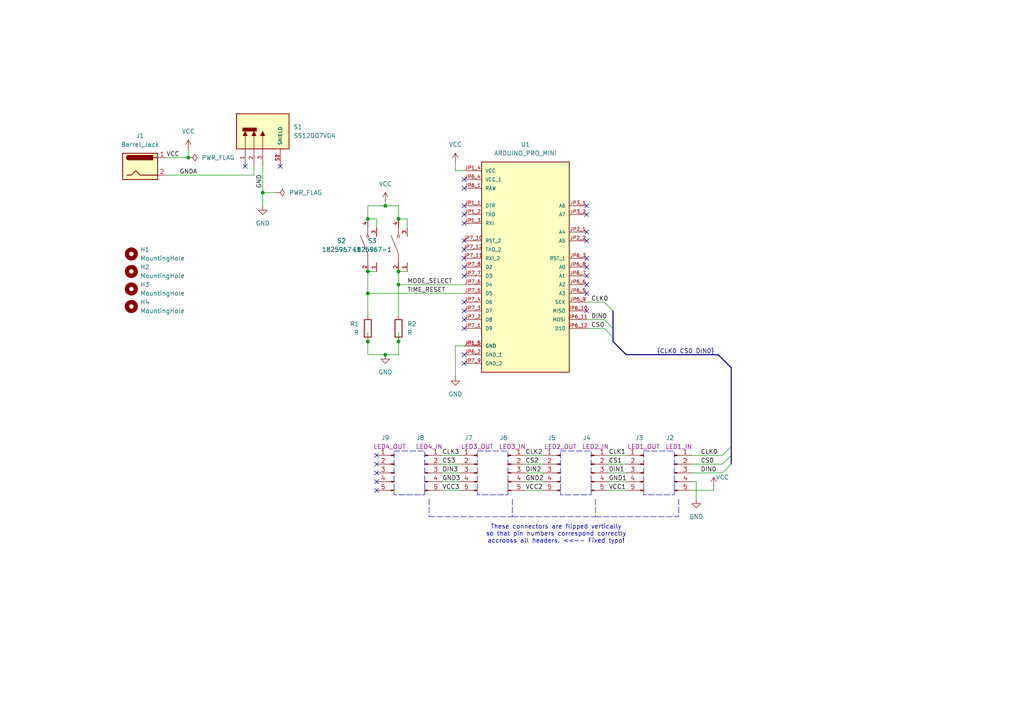
<source format=kicad_sch>
(kicad_sch (version 20231120) (generator "eeschema") (generator_version "8.0")
  (paper "A4")
  (title_block (title "4 x 8x8 LED Matrix based Clock") (date "2024-09-03") (rev "1") (company "AllOkay Solutions"))
  (lib_symbols
    (symbol "#download:ARDUINO_PRO_MINI" (pin_names (offset 1.016))
      (property "Reference" "U" (at -12.7 31.75 0))
      (property "Value" "ARDUINO_PRO_MINI" (at -12.7 -33.02 0))
      (symbol "ARDUINO_PRO_MINI_0_0"
        (rectangle (start -12.7 -30.48) (end 12.7 30.48) (stroke (width 0.254)) (fill (type background)))
        (pin input line (at 17.78 17.78 180) (length 5.08) (name "DTR") (number "JP1_1"))
        (pin bidirectional line (at 17.78 15.24 180) (length 5.08) (name "TXO") (number "JP1_2"))
        (pin bidirectional line (at 17.78 12.7 180) (length 5.08) (name "RXI") (number "JP1_3"))
        (pin power_in line (at 17.78 27.94 180) (length 5.08) (name "VCC") (number "JP1_4"))
        (pin power_in line (at 17.78 -22.86 180) (length 5.08) (name "GND") (number "JP1_5"))
        (pin power_in line (at 17.78 -22.86 180) (length 5.08) (name "GND") (number "JP1_6"))
        (pin bidirectional line (at -17.78 10.16 0) (length 5.08) (name "A4") (number "JP2_1"))
        (pin bidirectional line (at -17.78 7.62 0) (length 5.08) (name "A5") (number "JP2_2"))
        (pin input line (at -17.78 17.78 0) (length 5.08) (name "A6") (number "JP3_1"))
        (pin input line (at -17.78 15.24 0) (length 5.08) (name "A7") (number "JP3_2"))
        (pin power_in line (at 17.78 22.86 180) (length 5.08) (name "RAW") (number "JP6_1"))
        (pin bidirectional line (at -17.78 -12.7 0) (length 5.08) (name "MISO") (number "JP6_10"))
        (pin bidirectional line (at -17.78 -15.24 0) (length 5.08) (name "MOSI") (number "JP6_11"))
        (pin bidirectional line (at -17.78 -17.78 0) (length 5.08) (name "D10") (number "JP6_12"))
        (pin power_in line (at 17.78 -25.4 180) (length 5.08) (name "GND_1") (number "JP6_2"))
        (pin input line (at -17.78 2.54 0) (length 5.08) (name "RST_1") (number "JP6_3"))
        (pin power_in line (at 17.78 25.4 180) (length 5.08) (name "VCC_1") (number "JP6_4"))
        (pin bidirectional line (at -17.78 -7.62 0) (length 5.08) (name "A3") (number "JP6_5"))
        (pin bidirectional line (at -17.78 -5.08 0) (length 5.08) (name "A2") (number "JP6_6"))
        (pin bidirectional line (at -17.78 -2.54 0) (length 5.08) (name "A1") (number "JP6_7"))
        (pin bidirectional line (at -17.78 0 0) (length 5.08) (name "A0") (number "JP6_8"))
        (pin bidirectional line (at -17.78 -10.16 0) (length 5.08) (name "SCK") (number "JP6_9"))
        (pin bidirectional line (at 17.78 -17.78 180) (length 5.08) (name "D9") (number "JP7_1"))
        (pin input line (at 17.78 7.62 180) (length 5.08) (name "RST_2") (number "JP7_10"))
        (pin bidirectional line (at 17.78 2.54 180) (length 5.08) (name "RXI_2") (number "JP7_11"))
        (pin bidirectional line (at 17.78 5.08 180) (length 5.08) (name "TXO_2") (number "JP7_12"))
        (pin bidirectional line (at 17.78 -15.24 180) (length 5.08) (name "D8") (number "JP7_2"))
        (pin bidirectional line (at 17.78 -12.7 180) (length 5.08) (name "D7") (number "JP7_3"))
        (pin bidirectional line (at 17.78 -10.16 180) (length 5.08) (name "D6") (number "JP7_4"))
        (pin bidirectional line (at 17.78 -7.62 180) (length 5.08) (name "D5") (number "JP7_5"))
        (pin bidirectional line (at 17.78 -5.08 180) (length 5.08) (name "D4") (number "JP7_6"))
        (pin bidirectional line (at 17.78 -2.54 180) (length 5.08) (name "D3") (number "JP7_7"))
        (pin bidirectional line (at 17.78 0 180) (length 5.08) (name "D2") (number "JP7_8"))
        (pin power_in line (at 17.78 -27.94 180) (length 5.08) (name "GND_2") (number "JP7_9"))
      )
    )
    (symbol "#download:SS12D07VG4" (pin_names (offset 1.016))
      (property "Reference" "S" (at -5.08 8.89 0))
      (property "Value" "SS12D07VG4" (at -5.08 -8.89 0))
      (symbol "SS12D07VG4_0_0"
        (rectangle (start -5.08 -7.62) (end 5.08 7.62) (stroke (width 0.254)) (fill (type background)))
        (polyline (pts (xy -5.08 0) (xy -1.27 0)) (stroke (width 0.1524)))
        (polyline (pts (xy -5.08 2.54) (xy -1.27 2.54)) (stroke (width 0.1524)))
        (polyline (pts (xy -5.08 5.08) (xy -1.27 5.08)) (stroke (width 0.1524)))
        (polyline (pts (xy -1.27 0.635) (xy -1.27 -0.635) (xy 0 0) (xy -1.27 0.635)) (stroke (width 0.1524)) (fill (type outline)))
        (polyline (pts (xy -1.27 3.175) (xy -1.27 1.905) (xy 0 2.54) (xy -1.27 3.175)) (stroke (width 0.1524)) (fill (type outline)))
        (polyline (pts (xy -1.27 5.715) (xy -1.27 4.445) (xy 0 5.08) (xy -1.27 5.715)) (stroke (width 0.1524)) (fill (type outline)))
        (polyline (pts (xy 0 5.842) (xy 0 1.778) (xy 1.016 1.778) (xy 1.016 5.842) (xy 0 5.842)) (stroke (width 0.0254)) (fill (type outline)))
        (pin passive line (at -10.16 5.08 0) (length 5.08) (name "~") (number "1"))
        (pin passive line (at -10.16 2.54 0) (length 5.08) (name "~") (number "2"))
        (pin passive line (at -10.16 0 0) (length 5.08) (name "~") (number "3"))
        (pin passive line (at -10.16 -5.08 0) (length 5.08) (name "SHIELD") (number "S1"))
        (pin passive line (at -10.16 -5.08 0) (length 5.08) (name "SHIELD") (number "S2"))
      )
    )
    (symbol "1825967-1_2" (pin_names (offset 1.016))
      (property "Reference" "S2" (at 1.27 7.62 90))
      (property "Value" "1825967-1" (at -1.27 7.62 90))
      (symbol "1825967-1_2_0_0"
        (polyline (pts (xy -2.54 0) (xy -5.08 0)) (stroke (width 0.1524)))
        (polyline (pts (xy -2.54 0) (xy 2.794 2.1336)) (stroke (width 0.1524)))
        (polyline (pts (xy 5.08 0) (xy 2.921 0)) (stroke (width 0.1524)))
        (circle (center 2.54 0) (radius 0.3302) (stroke (width 0.1524)))
        (pin passive line (at -7.62 -2.54 0) (length 2.54) (name "~") (number "1"))
        (pin passive line (at -7.62 0 0) (length 2.54) (name "~") (number "2"))
        (pin passive line (at 5.08 -2.54 180) (length 2.54) (name "~") (number "3"))
        (pin passive line (at 7.62 0 180) (length 2.54) (name "~") (number "4"))
      )
    )
    (symbol "Connector:Barrel_Jack" (pin_names (offset 1.016))
      (property "Reference" "J" (at 0 5.334 0))
      (property "Value" "Barrel_Jack" (at 0 -5.08 0))
      (symbol "Barrel_Jack_0_1"
        (rectangle (start -5.08 3.81) (end 5.08 -3.81) (stroke (width 0.254)) (fill (type background)))
        (arc (start -3.302 3.175) (mid -3.9343 2.54) (end -3.302 1.905) (stroke (width 0.254)))
        (arc (start -3.302 3.175) (mid -3.9343 2.54) (end -3.302 1.905) (stroke (width 0.254)) (fill (type outline)))
        (polyline (pts (xy 5.08 2.54) (xy 3.81 2.54)) (stroke (width 0.254)))
        (polyline (pts (xy -3.81 -2.54) (xy -2.54 -2.54) (xy -1.27 -1.27) (xy 0 -2.54) (xy 2.54 -2.54) (xy 5.08 -2.54)) (stroke (width 0.254)))
        (rectangle (start 3.683 3.175) (end -3.302 1.905) (stroke (width 0.254)) (fill (type outline)))
      )
      (symbol "Barrel_Jack_1_1"
        (pin passive line (at 7.62 2.54 180) (length 2.54) (name "~") (number "1"))
        (pin passive line (at 7.62 -2.54 180) (length 2.54) (name "~") (number "2"))
      )
    )
    (symbol "Connector:Conn_01x05_Pin" (pin_names (offset 1.016) hide)
      (property "Reference" "J" (at 0 7.62 0))
      (property "Value" "Conn_01x05_Pin" (at 0 -7.62 0))
      (symbol "Conn_01x05_Pin_1_1"
        (polyline (pts (xy 1.27 -5.08) (xy 0.8636 -5.08)) (stroke (width 0.1524)))
        (polyline (pts (xy 1.27 -2.54) (xy 0.8636 -2.54)) (stroke (width 0.1524)))
        (polyline (pts (xy 1.27 0) (xy 0.8636 0)) (stroke (width 0.1524)))
        (polyline (pts (xy 1.27 2.54) (xy 0.8636 2.54)) (stroke (width 0.1524)))
        (polyline (pts (xy 1.27 5.08) (xy 0.8636 5.08)) (stroke (width 0.1524)))
        (rectangle (start 0.8636 -4.953) (end 0 -5.207) (stroke (width 0.1524)) (fill (type outline)))
        (rectangle (start 0.8636 -2.413) (end 0 -2.667) (stroke (width 0.1524)) (fill (type outline)))
        (rectangle (start 0.8636 0.127) (end 0 -0.127) (stroke (width 0.1524)) (fill (type outline)))
        (rectangle (start 0.8636 2.667) (end 0 2.413) (stroke (width 0.1524)) (fill (type outline)))
        (rectangle (start 0.8636 5.207) (end 0 4.953) (stroke (width 0.1524)) (fill (type outline)))
        (pin passive line (at 5.08 5.08 180) (length 3.81) (name "Pin_1") (number "1"))
        (pin passive line (at 5.08 2.54 180) (length 3.81) (name "Pin_2") (number "2"))
        (pin passive line (at 5.08 0 180) (length 3.81) (name "Pin_3") (number "3"))
        (pin passive line (at 5.08 -2.54 180) (length 3.81) (name "Pin_4") (number "4"))
        (pin passive line (at 5.08 -5.08 180) (length 3.81) (name "Pin_5") (number "5"))
      )
    )
    (symbol "Device:R" (pin_numbers hide) (pin_names (offset 0))
      (property "Reference" "R" (at 2.032 0 90))
      (property "Value" "R" (at 0 0 90))
      (symbol "R_0_1"
        (rectangle (start -1.016 -2.54) (end 1.016 2.54) (stroke (width 0.254)))
      )
      (symbol "R_1_1"
        (pin passive line (at 0 3.81 270) (length 1.27) (name "~") (number "1"))
        (pin passive line (at 0 -3.81 90) (length 1.27) (name "~") (number "2"))
      )
    )
    (symbol "Mechanical:MountingHole" (pin_names (offset 1.016)) (exclude_from_sim yes) (in_bom no)
      (property "Reference" "H" (at 0 5.08 0))
      (property "Value" "MountingHole" (at 0 3.175 0))
      (symbol "MountingHole_0_1"
        (circle (center 0 0) (radius 1.27) (stroke (width 1.27)))
      )
    )
    (symbol "power:GND" (power) (pin_numbers hide) (pin_names (offset 0) hide)
      (property "Value" "GND" (at 0 -3.81 0))
      (symbol "GND_0_1"
        (polyline (pts (xy 0 0) (xy 0 -1.27) (xy 1.27 -1.27) (xy 0 -2.54) (xy -1.27 -1.27) (xy 0 -1.27)))
      )
      (symbol "GND_1_1"
        (pin power_in line (at 0 0 270) (length 0) (name "~") (number "1"))
      )
    )
    (symbol "power:PWR_FLAG" (power) (pin_numbers hide) (pin_names (offset 0) hide)
      (property "Value" "PWR_FLAG" (at 0 3.81 0))
      (symbol "PWR_FLAG_0_0"
        (pin power_out line (at 0 0 90) (length 0) (name "~") (number "1"))
      )
      (symbol "PWR_FLAG_0_1"
        (polyline (pts (xy 0 0) (xy 0 1.27) (xy -1.016 1.905) (xy 0 2.54) (xy 1.016 1.905) (xy 0 1.27)))
      )
    )
    (symbol "power:VCC" (power) (pin_numbers hide) (pin_names (offset 0) hide)
      (property "Value" "VCC" (at 0 3.556 0))
      (symbol "VCC_0_1"
        (polyline (pts (xy -0.762 1.27) (xy 0 2.54)))
        (polyline (pts (xy 0 0) (xy 0 2.54)))
        (polyline (pts (xy 0 2.54) (xy 0.762 1.27)))
      )
      (symbol "VCC_1_1"
        (pin power_in line (at 0 0 90) (length 0) (name "~") (number "1"))
      )
    )
  )
  (junction (at 111.76 59.69))
  (junction (at 54.61 45.72))
  (junction (at 115.57 63.5))
  (junction (at 115.57 82.55))
  (junction (at 106.68 63.5))
  (junction (at 76.2 55.88))
  (junction (at 111.76 102.87))
  (junction (at 115.57 78.74))
  (junction (at 106.68 99.06))
  (junction (at 106.68 78.74))
  (junction (at 115.57 99.06))
  (junction (at 106.68 85.09))
  (no_connect (at 134.62 95.25))
  (no_connect (at 170.18 80.01))
  (no_connect (at 170.18 74.93))
  (no_connect (at 170.18 90.17))
  (no_connect (at 134.62 64.77))
  (no_connect (at 134.62 77.47))
  (no_connect (at 134.62 90.17))
  (no_connect (at 170.18 69.85))
  (no_connect (at 134.62 54.61))
  (no_connect (at 134.62 105.41))
  (no_connect (at 170.18 82.55))
  (no_connect (at 109.22 137.16))
  (no_connect (at 134.62 80.01))
  (no_connect (at 81.28 48.26))
  (no_connect (at 109.22 139.7))
  (no_connect (at 170.18 62.23))
  (no_connect (at 134.62 87.63))
  (no_connect (at 71.12 48.26))
  (no_connect (at 109.22 142.24))
  (no_connect (at 109.22 134.62))
  (no_connect (at 134.62 102.87))
  (no_connect (at 170.18 85.09))
  (no_connect (at 134.62 52.07))
  (no_connect (at 109.22 132.08))
  (no_connect (at 170.18 59.69))
  (no_connect (at 134.62 92.71))
  (no_connect (at 170.18 77.47))
  (no_connect (at 134.62 74.93))
  (no_connect (at 170.18 67.31))
  (no_connect (at 134.62 62.23))
  (no_connect (at 134.62 69.85))
  (no_connect (at 134.62 72.39))
  (no_connect (at 134.62 59.69))
  (bus_entry (at 209.55 132.08) (size 2.54 -2.54))
  (bus_entry (at 175.26 87.63) (size 2.54 2.54))
  (bus_entry (at 175.26 92.71) (size 2.54 2.54))
  (bus_entry (at 209.55 137.16) (size 2.54 -2.54))
  (bus_entry (at 209.55 134.62) (size 2.54 -2.54))
  (bus_entry (at 175.26 95.25) (size 2.54 2.54))
  (wire (pts (xy 201.93 139.7) (xy 201.93 144.78)))
  (wire (pts (xy 157.48 139.7) (xy 152.4 139.7)))
  (wire (pts (xy 115.57 82.55) (xy 134.62 82.55)))
  (bus (pts (xy 177.8 90.17) (xy 177.8 95.25)))
  (wire (pts (xy 200.66 137.16) (xy 209.55 137.16)))
  (wire (pts (xy 118.11 66.04) (xy 118.11 63.5)))
  (wire (pts (xy 181.61 134.62) (xy 176.53 134.62)))
  (wire (pts (xy 128.27 142.24) (xy 133.35 142.24)))
  (bus (pts (xy 212.09 129.54) (xy 212.09 132.08)))
  (wire (pts (xy 157.48 142.24) (xy 152.4 142.24)))
  (wire (pts (xy 76.2 48.26) (xy 76.2 55.88)))
  (wire (pts (xy 200.66 132.08) (xy 209.55 132.08)))
  (wire (pts (xy 200.66 139.7) (xy 201.93 139.7)))
  (wire (pts (xy 157.48 137.16) (xy 152.4 137.16)))
  (wire (pts (xy 200.66 134.62) (xy 209.55 134.62)))
  (wire (pts (xy 132.08 46.99) (xy 132.08 49.53)))
  (wire (pts (xy 73.66 48.26) (xy 73.66 50.8)))
  (wire (pts (xy 106.68 102.87) (xy 111.76 102.87)))
  (wire (pts (xy 170.18 87.63) (xy 175.26 87.63)))
  (wire (pts (xy 207.01 140.97) (xy 207.01 142.24)))
  (wire (pts (xy 157.48 134.62) (xy 152.4 134.62)))
  (polyline (pts (xy 196.85 144.78) (xy 196.85 149.86)) (stroke (width 0) (type dash)))
  (bus (pts (xy 177.8 99.06) (xy 177.8 97.79)))
  (wire (pts (xy 115.57 99.06) (xy 115.57 102.87)))
  (wire (pts (xy 106.68 99.06) (xy 106.68 102.87)))
  (wire (pts (xy 133.35 139.7) (xy 128.27 139.7)))
  (wire (pts (xy 111.76 58.42) (xy 111.76 59.69)))
  (wire (pts (xy 175.26 95.25) (xy 170.18 95.25)))
  (wire (pts (xy 76.2 55.88) (xy 76.2 59.69)))
  (wire (pts (xy 181.61 142.24) (xy 176.53 142.24)))
  (wire (pts (xy 133.35 137.16) (xy 128.27 137.16)))
  (polyline (pts (xy 148.59 149.86) (xy 172.72 149.86)) (stroke (width 0) (type dash)))
  (bus (pts (xy 181.61 102.87) (xy 208.28 102.87)))
  (wire (pts (xy 115.57 82.55) (xy 115.57 78.74)))
  (wire (pts (xy 111.76 102.87) (xy 115.57 102.87)))
  (polyline (pts (xy 124.46 144.78) (xy 124.46 149.86)) (stroke (width 0) (type dash)))
  (bus (pts (xy 212.09 132.08) (xy 212.09 134.62)))
  (wire (pts (xy 157.48 132.08) (xy 152.4 132.08)))
  (wire (pts (xy 133.35 134.62) (xy 128.27 134.62)))
  (wire (pts (xy 115.57 78.74) (xy 118.11 78.74)))
  (wire (pts (xy 106.68 96.52) (xy 106.68 99.06)))
  (polyline (pts (xy 172.72 149.86) (xy 196.85 149.86)) (stroke (width 0) (type dash)))
  (wire (pts (xy 132.08 100.33) (xy 134.62 100.33)))
  (wire (pts (xy 115.57 59.69) (xy 115.57 63.5)))
  (wire (pts (xy 48.26 45.72) (xy 54.61 45.72)))
  (wire (pts (xy 118.11 63.5) (xy 115.57 63.5)))
  (wire (pts (xy 109.22 66.04) (xy 109.22 63.5)))
  (wire (pts (xy 133.35 132.08) (xy 128.27 132.08)))
  (wire (pts (xy 111.76 59.69) (xy 115.57 59.69)))
  (wire (pts (xy 181.61 137.16) (xy 176.53 137.16)))
  (bus (pts (xy 208.28 102.87) (xy 212.09 106.68)))
  (wire (pts (xy 181.61 132.08) (xy 176.53 132.08)))
  (wire (pts (xy 106.68 85.09) (xy 106.68 91.44)))
  (polyline (pts (xy 148.59 144.78) (xy 148.59 149.86)) (stroke (width 0) (type dash)))
  (wire (pts (xy 181.61 139.7) (xy 176.53 139.7)))
  (wire (pts (xy 207.01 142.24) (xy 200.66 142.24)))
  (polyline (pts (xy 172.72 144.78) (xy 172.72 149.86)) (stroke (width 0) (type dash)))
  (wire (pts (xy 106.68 59.69) (xy 106.68 63.5)))
  (polyline (pts (xy 124.46 149.86) (xy 148.59 149.86)) (stroke (width 0) (type dash)))
  (wire (pts (xy 106.68 78.74) (xy 106.68 85.09)))
  (wire (pts (xy 76.2 55.88) (xy 80.01 55.88)))
  (bus (pts (xy 177.8 95.25) (xy 177.8 97.79)))
  (bus (pts (xy 177.8 99.06) (xy 181.61 102.87)))
  (wire (pts (xy 48.26 50.8) (xy 73.66 50.8)))
  (wire (pts (xy 132.08 100.33) (xy 132.08 109.22)))
  (wire (pts (xy 115.57 96.52) (xy 115.57 99.06)))
  (wire (pts (xy 109.22 63.5) (xy 106.68 63.5)))
  (wire (pts (xy 115.57 82.55) (xy 115.57 91.44)))
  (wire (pts (xy 106.68 59.69) (xy 111.76 59.69)))
  (wire (pts (xy 106.68 78.74) (xy 109.22 78.74)))
  (wire (pts (xy 132.08 49.53) (xy 134.62 49.53)))
  (wire (pts (xy 106.68 85.09) (xy 134.62 85.09)))
  (wire (pts (xy 170.18 92.71) (xy 175.26 92.71)))
  (wire (pts (xy 54.61 43.18) (xy 54.61 45.72)))
  (bus (pts (xy 212.09 106.68) (xy 212.09 129.54)))
  (rectangle (start 138.43 130.81) (end 147.32 143.51) (stroke (width 0) (type dash)))
  (rectangle (start 186.69 130.81) (end 195.58 143.51) (stroke (width 0) (type dash)))
  (rectangle (start 162.56 130.81) (end 171.45 143.51) (stroke (width 0) (type dash)))
  (rectangle (start 114.3 130.81) (end 123.19 143.51) (stroke (width 0) (type dash)))
  (text "These connectors are flipped vertically\nso that pin numbers correspond correctly\naccrooss all headers. <<-- Fixed typo!" (at 161.29 154.94 0) (effects (font (size 1.27 1.27))))
  (label "CLK3" (at 128.27 132.08 0))
  (label "MODE_SELECT" (at 118.11 82.55 0))
  (label "DIN2" (at 152.4 137.16 0))
  (label "CS1" (at 176.53 134.62 0))
  (label "VCC1" (at 176.53 142.24 0))
  (label "CS2" (at 152.4 134.62 0))
  (label "CS0" (at 171.45 95.25 0))
  (label "DIN1" (at 176.53 137.16 0))
  (label "DIN0" (at 203.2 137.16 0))
  (label "GNDA" (at 52.07 50.8 0))
  (label "VCC" (at 48.26 45.72 0))
  (label "CS0" (at 203.2 134.62 0))
  (label "CLK0" (at 203.2 132.08 0))
  (label "DIN3" (at 128.27 137.16 0))
  (label "CLK1" (at 176.53 132.08 0))
  (label "GND3" (at 128.27 139.7 0))
  (label "CLK0" (at 171.45 87.63 0))
  (label "TIME_RESET" (at 118.11 85.09 0))
  (label "{CLK0 CS0 DIN0}" (at 190.5 102.87 0))
  (label "CLK2" (at 152.4 132.08 0))
  (label "GND2" (at 152.4 139.7 0))
  (label "VCC3" (at 128.27 142.24 0))
  (label "DIN0" (at 171.45 92.71 0))
  (label "GND" (at 76.2 54.61 90))
  (label "CS3" (at 128.27 134.62 0))
  (label "GND1" (at 176.53 139.7 0))
  (label "VCC2" (at 152.4 142.24 0))
  (symbol (lib_id "Connector:Conn_01x05_Pin") (at 162.56 137.16 0) (mirror y) (unit 1)
    (property "Reference" "J5" (at 160.02 127 0))
    (property "Value" "Conn_01x05_Pin" (effects (hide yes)))
    (property "Footprint" "Connector_PinHeader_2.54mm:PinHeader_1x05_P2.54mm_Vertical" (effects (hide yes)))
    (property "Description" "Generic connector, single row, 01x05, script generated" (effects (hide yes)))
    (property "Purpose" "LED2_OUT" (at 162.56 129.54 0))
  )
  (symbol (lib_id "power:GND") (at 132.08 109.22 0) (unit 1)
    (property "Reference" "#PWR06" (effects (hide yes)))
    (property "Value" "GND" (at 132.08 114.3 0))
    (property "Description" "Power symbol creates a global label with name \"GND\" , ground" (effects (hide yes)))
  )
  (symbol (lib_id "Mechanical:MountingHole") (at 38.1 78.74 0) (unit 1) (exclude_from_sim yes) (in_bom no)
    (property "Reference" "H2" (at 40.64 77.4699 0) (effects (justify left)))
    (property "Value" "MountingHole" (at 40.64 80.0099 0) (effects (justify left)))
    (property "Footprint" "MountingHole:MountingHole_2.5mm" (effects (hide yes)))
    (property "Description" "Mounting Hole without connection" (effects (hide yes)))
  )
  (symbol (lib_id "Device:R") (at 115.57 95.25 180) (unit 1)
    (property "Reference" "R2" (at 118.11 93.9799 0) (effects (justify right)))
    (property "Value" "R" (at 118.11 96.5199 0) (effects (justify right)))
    (property "Footprint" "Resistor_THT:R_Axial_DIN0309_L9.0mm_D3.2mm_P12.70mm_Horizontal" (effects (hide yes)))
    (property "Description" "Resistor" (effects (hide yes)))
  )
  (symbol (lib_id "Mechanical:MountingHole") (at 38.1 73.66 0) (unit 1) (exclude_from_sim yes) (in_bom no)
    (property "Reference" "H1" (at 40.64 72.3899 0) (effects (justify left)))
    (property "Value" "MountingHole" (at 40.64 74.9299 0) (effects (justify left)))
    (property "Footprint" "MountingHole:MountingHole_2.5mm" (effects (hide yes)))
    (property "Description" "Mounting Hole without connection" (effects (hide yes)))
  )
  (symbol (lib_id "power:VCC") (at 54.61 43.18 0) (mirror y) (unit 1)
    (property "Reference" "#PWR02" (effects (hide yes)))
    (property "Value" "VCC" (at 54.61 38.1 0))
    (property "Description" "Power symbol creates a global label with name \"VCC\"" (effects (hide yes)))
  )
  (symbol (lib_id "power:VCC") (at 111.76 58.42 0) (unit 1)
    (property "Reference" "#PWR04" (effects (hide yes)))
    (property "Value" "VCC" (at 111.76 53.34 0))
    (property "Description" "Power symbol creates a global label with name \"VCC\"" (effects (hide yes)))
  )
  (symbol (lib_id "Mechanical:MountingHole") (at 38.1 88.9 0) (unit 1) (exclude_from_sim yes) (in_bom no)
    (property "Reference" "H4" (at 40.64 87.6299 0) (effects (justify left)))
    (property "Value" "MountingHole" (at 40.64 90.1699 0) (effects (justify left)))
    (property "Footprint" "MountingHole:MountingHole_2.5mm" (effects (hide yes)))
    (property "Description" "Mounting Hole without connection" (effects (hide yes)))
  )
  (symbol (lib_id "Connector:Conn_01x05_Pin") (at 186.69 137.16 0) (mirror y) (unit 1)
    (property "Reference" "J3" (at 185.42 127 0))
    (property "Value" "Conn_01x05_Pin" (effects (hide yes)))
    (property "Footprint" "Connector_PinHeader_2.54mm:PinHeader_1x05_P2.54mm_Vertical" (effects (hide yes)))
    (property "Description" "Generic connector, single row, 01x05, script generated" (effects (hide yes)))
    (property "Purpose" "LED1_OUT" (at 186.69 129.54 0))
  )
  (symbol (lib_id "Connector:Conn_01x05_Pin") (at 195.58 137.16 0) (unit 1)
    (property "Reference" "J2" (at 194.31 127 0))
    (property "Value" "Conn_01x05_Pin" (effects (hide yes)))
    (property "Footprint" "Connector_PinHeader_2.54mm:PinHeader_1x05_P2.54mm_Vertical" (effects (hide yes)))
    (property "Description" "Generic connector, single row, 01x05, script generated" (effects (hide yes)))
    (property "Purpose" "LED1_IN" (at 196.85 129.54 0))
  )
  (symbol (lib_id "#download:SS12D07VG4") (at 76.2 38.1 90) (unit 1)
    (property "Reference" "S1" (at 85.09 36.8299 90) (effects (justify right)))
    (property "Value" "SS12D07VG4" (at 85.09 39.3699 90) (effects (justify right)))
    (property "Footprint" "#download:SW_SS12D07VG4" (effects (hide yes)))
    (property "MF" "Shouhan" (effects (hide yes)))
    (property "MAXIMUM_PACKAGE_HEIGHT" "8.7mm" (effects (hide yes)))
    (property "Package" "Package" (effects (hide yes)))
    (property "Price" "None" (effects (hide yes)))
    (property "Check_prices" "https://www.snapeda.com/parts/SS12D07VG4/Shouhan/view-part/?ref=eda" (effects (hide yes)))
    (property "STANDARD" "Manufacturer Recommendations" (effects (hide yes)))
    (property "PARTREV" "1" (effects (hide yes)))
    (property "SnapEDA_Link" "https://www.snapeda.com/parts/SS12D07VG4/Shouhan/view-part/?ref=snap" (effects (hide yes)))
    (property "MP" "SS12D07VG4" (effects (hide yes)))
    (property "Description_1" "\nSwitch Slide ON ON SPDT Top Slide 0.3A 30VDC PC Pins Bracket Mount/Through Hole Automotive Bulk\n" (effects (hide yes)))
    (property "Availability" "Not in stock" (effects (hide yes)))
    (property "MANUFACTURER" "Shouhan" (effects (hide yes)))
  )
  (symbol (lib_id "power:GND") (at 76.2 59.69 0) (unit 1)
    (property "Reference" "#PWR01" (effects (hide yes)))
    (property "Value" "GND" (at 76.2 64.77 0))
    (property "Description" "Power symbol creates a global label with name \"GND\" , ground" (effects (hide yes)))
  )
  (symbol (lib_id "power:VCC") (at 207.01 140.97 0) (mirror y) (unit 1)
    (property "Reference" "#PWR08" (effects (hide yes)))
    (property "Value" "VCC" (at 209.55 138.43 0))
    (property "Description" "Power symbol creates a global label with name \"VCC\"" (effects (hide yes)))
  )
  (symbol (lib_id "Connector:Conn_01x05_Pin") (at 138.43 137.16 0) (mirror y) (unit 1)
    (property "Reference" "J7" (at 135.89 127 0))
    (property "Value" "Conn_01x05_Pin" (effects (hide yes)))
    (property "Footprint" "Connector_PinHeader_2.54mm:PinHeader_1x05_P2.54mm_Vertical" (effects (hide yes)))
    (property "Description" "Generic connector, single row, 01x05, script generated" (effects (hide yes)))
    (property "Purpose" "LED3_OUT" (at 138.43 129.54 0))
  )
  (symbol (lib_id "power:GND") (at 111.76 102.87 0) (unit 1)
    (property "Reference" "#PWR03" (effects (hide yes)))
    (property "Value" "GND" (at 111.76 107.95 0))
    (property "Description" "Power symbol creates a global label with name \"GND\" , ground" (effects (hide yes)))
  )
  (symbol (lib_id "Connector:Conn_01x05_Pin") (at 114.3 137.16 0) (mirror y) (unit 1)
    (property "Reference" "J9" (at 111.76 127 0))
    (property "Value" "Conn_01x05_Pin" (effects (hide yes)))
    (property "Footprint" "Connector_PinHeader_2.54mm:PinHeader_1x05_P2.54mm_Vertical" (effects (hide yes)))
    (property "Description" "Generic connector, single row, 01x05, script generated" (effects (hide yes)))
    (property "Purpose" "LED4_OUT" (at 113.03 129.54 0))
  )
  (symbol (lib_id "Connector:Conn_01x05_Pin") (at 171.45 137.16 0) (unit 1)
    (property "Reference" "J4" (at 170.18 127 0))
    (property "Value" "Conn_01x05_Pin" (effects (hide yes)))
    (property "Footprint" "Connector_PinHeader_2.54mm:PinHeader_1x05_P2.54mm_Vertical" (effects (hide yes)))
    (property "Description" "Generic connector, single row, 01x05, script generated" (effects (hide yes)))
    (property "Purpose" "LED2_IN" (at 172.72 129.54 0))
  )
  (symbol (lib_id "power:GND") (at 201.93 144.78 0) (mirror y) (unit 1)
    (property "Reference" "#PWR07" (effects (hide yes)))
    (property "Value" "GND" (at 201.93 149.86 0))
    (property "Description" "Power symbol creates a global label with name \"GND\" , ground" (effects (hide yes)))
  )
  (symbol (lib_id "Connector:Barrel_Jack") (at 40.64 48.26 0) (unit 1)
    (property "Reference" "J1" (at 40.64 39.37 0))
    (property "Value" "Barrel_Jack" (at 40.64 41.91 0))
    (property "Footprint" "Connector_BarrelJack:BarrelJack_Horizontal" (effects (hide yes)))
    (property "Description" "DC Barrel Jack" (effects (hide yes)))
  )
  (symbol (lib_name "1825967-1_2") (lib_id "#download:1825967-1") (at 115.57 71.12 90) (unit 1)
    (property "Reference" "S3" (at 107.95 69.85 90))
    (property "Value" "1825967-1" (at 107.95 72.39 90))
    (property "Footprint" "#download:SW_1825967-1" (effects (hide yes)))
    (property "Comment" "1825967-1" (effects (hide yes)))
    (property "MF" "TE Connectivity" (effects (hide yes)))
    (property "MAXIMUM_PACKAGE_HEIGHT" "7.4" (effects (hide yes)))
    (property "Package" "None" (effects (hide yes)))
    (property "Price" "None" (effects (hide yes)))
    (property "Check_prices" "https://www.snapeda.com/parts/1825967-1/TE+Connectivity+%252F+DEUTSCH/view-part/?ref=eda" (effects (hide yes)))
    (property "STANDARD" "Manufacturer Recommendations" (effects (hide yes)))
    (property "PARTREV" "E" (effects (hide yes)))
    (property "SnapEDA_Link" "https://www.snapeda.com/parts/1825967-1/TE+Connectivity+%252F+DEUTSCH/view-part/?ref=snap" (effects (hide yes)))
    (property "MP" "1825967-1" (effects (hide yes)))
    (property "Purchase-URL" "https://www.snapeda.com/api/url_track_click_mouser/?unipart_id=398388&manufacturer=TE Connectivity&part_name=1825967-1&search_term=switch tactile off (on) spst round button" (effects (hide yes)))
    (property "Description_1" "\nSwitch Tactile OFF (ON) SPST Round Button PC Pins 0.05A 24VDC 1.57N Thru-Hole\n" (effects (hide yes)))
    (property "Availability" "In Stock" (effects (hide yes)))
    (property "MANUFACTURER" "TE" (effects (hide yes)))
  )
  (symbol (lib_name "1825967-1_2") (lib_id "#download:1825967-1") (at 106.68 71.12 90) (unit 1)
    (property "Reference" "S2" (at 99.06 69.85 90))
    (property "Value" "1825967-1" (at 99.06 72.39 90))
    (property "Footprint" "#download:SW_1825967-1" (effects (hide yes)))
    (property "Comment" "1825967-1" (effects (hide yes)))
    (property "MF" "TE Connectivity" (effects (hide yes)))
    (property "MAXIMUM_PACKAGE_HEIGHT" "7.4" (effects (hide yes)))
    (property "Package" "None" (effects (hide yes)))
    (property "Price" "None" (effects (hide yes)))
    (property "Check_prices" "https://www.snapeda.com/parts/1825967-1/TE+Connectivity+%252F+DEUTSCH/view-part/?ref=eda" (effects (hide yes)))
    (property "STANDARD" "Manufacturer Recommendations" (effects (hide yes)))
    (property "PARTREV" "E" (effects (hide yes)))
    (property "SnapEDA_Link" "https://www.snapeda.com/parts/1825967-1/TE+Connectivity+%252F+DEUTSCH/view-part/?ref=snap" (effects (hide yes)))
    (property "MP" "1825967-1" (effects (hide yes)))
    (property "Purchase-URL" "https://www.snapeda.com/api/url_track_click_mouser/?unipart_id=398388&manufacturer=TE Connectivity&part_name=1825967-1&search_term=switch tactile off (on) spst round button" (effects (hide yes)))
    (property "Description_1" "\nSwitch Tactile OFF (ON) SPST Round Button PC Pins 0.05A 24VDC 1.57N Thru-Hole\n" (effects (hide yes)))
    (property "Availability" "In Stock" (effects (hide yes)))
    (property "MANUFACTURER" "TE" (effects (hide yes)))
  )
  (symbol (lib_id "power:PWR_FLAG") (at 80.01 55.88 270) (unit 1)
    (property "Reference" "#FLG02" (effects (hide yes)))
    (property "Value" "PWR_FLAG" (at 83.82 55.8799 90) (effects (justify left)))
    (property "Description" "Special symbol for telling ERC where power comes from" (effects (hide yes)))
  )
  (symbol (lib_id "Mechanical:MountingHole") (at 38.1 83.82 0) (unit 1) (exclude_from_sim yes) (in_bom no)
    (property "Reference" "H3" (at 40.64 82.5499 0) (effects (justify left)))
    (property "Value" "MountingHole" (at 40.64 85.0899 0) (effects (justify left)))
    (property "Footprint" "MountingHole:MountingHole_2.5mm" (effects (hide yes)))
    (property "Description" "Mounting Hole without connection" (effects (hide yes)))
  )
  (symbol (lib_id "Connector:Conn_01x05_Pin") (at 123.19 137.16 0) (unit 1)
    (property "Reference" "J8" (at 121.92 127 0))
    (property "Value" "Conn_01x05_Pin" (effects (hide yes)))
    (property "Footprint" "Connector_PinHeader_2.54mm:PinHeader_1x05_P2.54mm_Vertical" (effects (hide yes)))
    (property "Description" "Generic connector, single row, 01x05, script generated" (effects (hide yes)))
    (property "Purpose" "LED4_IN" (at 124.46 129.54 0))
  )
  (symbol (lib_id "power:VCC") (at 132.08 46.99 0) (unit 1)
    (property "Reference" "#PWR05" (effects (hide yes)))
    (property "Value" "VCC" (at 132.08 41.91 0))
    (property "Description" "Power symbol creates a global label with name \"VCC\"" (effects (hide yes)))
  )
  (symbol (lib_id "Connector:Conn_01x05_Pin") (at 147.32 137.16 0) (unit 1)
    (property "Reference" "J6" (at 146.05 127 0))
    (property "Value" "Conn_01x05_Pin" (effects (hide yes)))
    (property "Footprint" "Connector_PinHeader_2.54mm:PinHeader_1x05_P2.54mm_Vertical" (effects (hide yes)))
    (property "Description" "Generic connector, single row, 01x05, script generated" (effects (hide yes)))
    (property "Purpose" "LED3_IN" (at 148.59 129.54 0))
  )
  (symbol (lib_id "power:PWR_FLAG") (at 54.61 45.72 270) (unit 1)
    (property "Reference" "#FLG01" (effects (hide yes)))
    (property "Value" "PWR_FLAG" (at 58.42 45.7199 90) (effects (justify left)))
    (property "Description" "Special symbol for telling ERC where power comes from" (effects (hide yes)))
  )
  (symbol (lib_id "#download:ARDUINO_PRO_MINI") (at 152.4 77.47 0) (mirror y) (unit 1)
    (property "Reference" "U1" (at 152.4 41.91 0))
    (property "Value" "ARDUINO_PRO_MINI" (at 152.4 44.45 0))
    (property "Footprint" "#download:MODULE_ARDUINO_PRO_MINI" (effects (hide yes)))
    (property "MF" "Arduino" (effects (hide yes)))
    (property "MAXIMUM_PACKAGE_HEIGHT" "N/A" (effects (hide yes)))
    (property "Package" "None" (effects (hide yes)))
    (property "Price" "None" (effects (hide yes)))
    (property "Check_prices" "https://www.snapeda.com/parts/Arduino%20Pro%20Mini/Arduino/view-part/?ref=eda" (effects (hide yes)))
    (property "STANDARD" "Manufacturer Recommendations" (effects (hide yes)))
    (property "PARTREV" "N/A" (effects (hide yes)))
    (property "SnapEDA_Link" "https://www.snapeda.com/parts/Arduino%20Pro%20Mini/Arduino/view-part/?ref=snap" (effects (hide yes)))
    (property "MP" "Arduino Pro Mini" (effects (hide yes)))
    (property "Description_1" "\nThis board was developed for applications and installations where space is premium and projects are made as permanent set ups. Small, available in 3.3 V and 5 V versions, powered by ATmega328P.\n" (effects (hide yes)))
    (property "Availability" "In Stock" (effects (hide yes)))
    (property "MANUFACTURER" "SparkFun Electronics" (effects (hide yes)))
  )
  (symbol (lib_id "Device:R") (at 106.68 95.25 0) (mirror x) (unit 1)
    (property "Reference" "R1" (at 104.14 93.9799 0) (effects (justify right)))
    (property "Value" "R" (at 104.14 96.5199 0) (effects (justify right)))
    (property "Footprint" "Resistor_THT:R_Axial_DIN0309_L9.0mm_D3.2mm_P12.70mm_Horizontal" (effects (hide yes)))
    (property "Description" "Resistor" (effects (hide yes)))
  )
)
</source>
